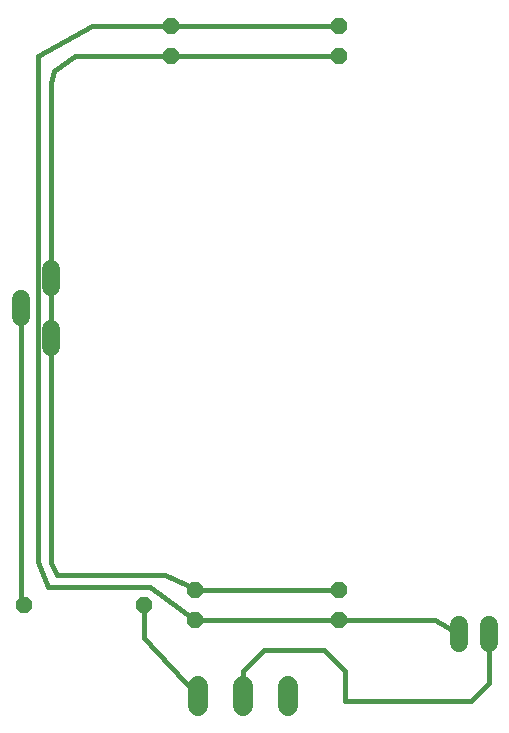
<source format=gbr>
G04 EAGLE Gerber RS-274X export*
G75*
%MOMM*%
%FSLAX34Y34*%
%LPD*%
%INBottom Copper*%
%IPPOS*%
%AMOC8*
5,1,8,0,0,1.08239X$1,22.5*%
G01*
%ADD10P,1.429621X8X112.500000*%
%ADD11P,1.429621X8X292.500000*%
%ADD12P,1.429621X8X202.500000*%
%ADD13C,1.676400*%
%ADD14C,1.524000*%
%ADD15C,0.406400*%
%ADD16C,0.508000*%


D10*
X548640Y861060D03*
X548640Y886460D03*
X406400Y861060D03*
X406400Y886460D03*
D11*
X426720Y408940D03*
X426720Y383540D03*
X548640Y408940D03*
X548640Y383540D03*
D12*
X383286Y396494D03*
X281686Y396494D03*
D13*
X505460Y327660D02*
X505460Y310896D01*
X467360Y310896D02*
X467360Y327660D01*
X429260Y327660D02*
X429260Y310896D01*
D14*
X675132Y364236D02*
X675132Y379476D01*
X649732Y379476D02*
X649732Y364236D01*
X304800Y614680D02*
X304800Y629920D01*
X279400Y640080D02*
X279400Y655320D01*
X304800Y665480D02*
X304800Y680720D01*
D15*
X429260Y408940D02*
X548640Y408940D01*
X429260Y408940D02*
X426720Y408940D01*
X406400Y861060D02*
X548640Y861060D01*
X406400Y861060D02*
X325120Y861060D01*
X307340Y848360D01*
X304800Y838200D01*
X304800Y673100D01*
X304800Y622300D01*
X304800Y431800D01*
X309880Y421640D01*
X401320Y421640D01*
X429260Y408940D01*
X383462Y368210D02*
X429260Y319278D01*
X383462Y368210D02*
X383286Y396494D01*
X426720Y383540D02*
X548640Y383540D01*
X629920Y383540D01*
X649732Y371856D01*
X426720Y383540D02*
X388620Y411480D01*
X293624Y860806D02*
X339231Y886460D01*
X406400Y886460D01*
X388620Y411480D02*
X302260Y411480D01*
X293624Y432533D02*
X293624Y860806D01*
X406400Y886460D02*
X548640Y886460D01*
X293624Y432533D02*
X302260Y411480D01*
D16*
X279307Y647607D02*
X279400Y647700D01*
D15*
X279307Y647607D02*
X279039Y399141D01*
D16*
X281686Y396494D01*
D15*
X467360Y340360D02*
X467360Y319278D01*
X467360Y340360D02*
X485140Y358140D01*
X535940Y358140D01*
X553720Y340360D01*
X553720Y314960D01*
X660400Y314960D02*
X675640Y330200D01*
X675640Y371348D01*
X675132Y371856D01*
X660400Y314960D02*
X553720Y314960D01*
M02*

</source>
